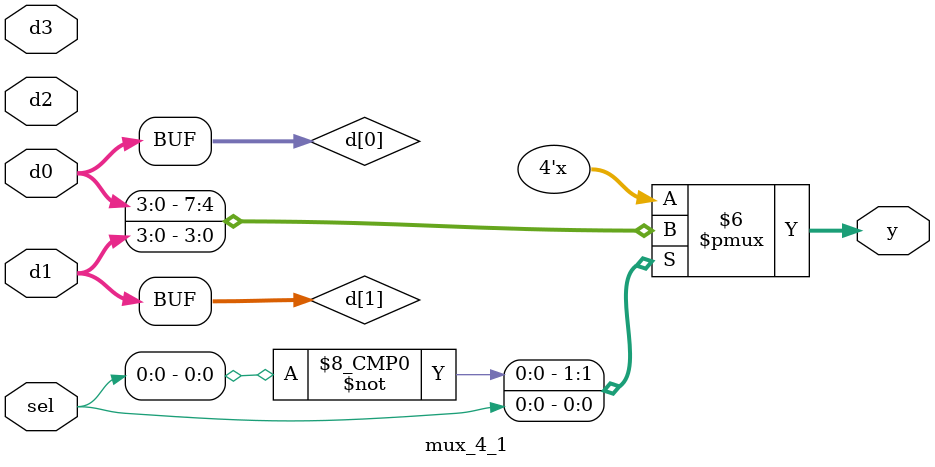
<source format=sv>

module mux_2_1
(
  input  [3:0] d0, d1,
  input        sel,
  output [3:0] y
);

  logic [3:0] d [0:1];

  assign d [0] = d0;
  assign d [1] = d1;

  assign y = d [sel];

endmodule

//----------------------------------------------------------------------------
// Task
//----------------------------------------------------------------------------

module mux_4_1
(
  input  [3:0] d0, d1, d2, d3,
  input  [1:0] sel,
  output [3:0] y
);

  // Task:
  // Using code for mux_2_1 as an example,
  // write code for 4:1 mux using array index

  logic [3:0] d [0:1];

  assign d [0] = d0;
  assign d [1] = d1;
  assign d [2] = d2;
  assign d [3] = d3;
  
  
  assign y = d [sel];

endmodule

</source>
